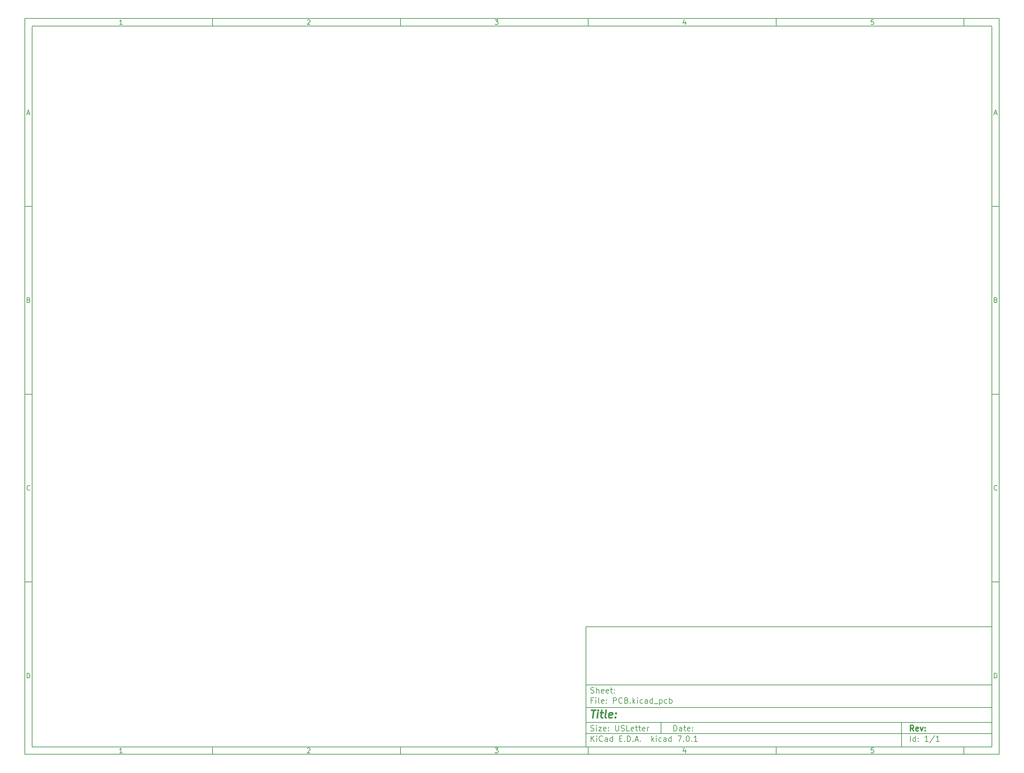
<source format=gbr>
%TF.GenerationSoftware,KiCad,Pcbnew,7.0.1*%
%TF.CreationDate,2023-11-13T23:43:34-05:00*%
%TF.ProjectId,PCB,5043422e-6b69-4636-9164-5f7063625858,rev?*%
%TF.SameCoordinates,Original*%
%TF.FileFunction,Paste,Bot*%
%TF.FilePolarity,Positive*%
%FSLAX46Y46*%
G04 Gerber Fmt 4.6, Leading zero omitted, Abs format (unit mm)*
G04 Created by KiCad (PCBNEW 7.0.1) date 2023-11-13 23:43:34*
%MOMM*%
%LPD*%
G01*
G04 APERTURE LIST*
%ADD10C,0.100000*%
%ADD11C,0.150000*%
%ADD12C,0.300000*%
%ADD13C,0.400000*%
G04 APERTURE END LIST*
D10*
D11*
X159400000Y-171900000D02*
X267400000Y-171900000D01*
X267400000Y-203900000D01*
X159400000Y-203900000D01*
X159400000Y-171900000D01*
D10*
D11*
X10000000Y-10000000D02*
X269400000Y-10000000D01*
X269400000Y-205900000D01*
X10000000Y-205900000D01*
X10000000Y-10000000D01*
D10*
D11*
X12000000Y-12000000D02*
X267400000Y-12000000D01*
X267400000Y-203900000D01*
X12000000Y-203900000D01*
X12000000Y-12000000D01*
D10*
D11*
X60000000Y-12000000D02*
X60000000Y-10000000D01*
D10*
D11*
X110000000Y-12000000D02*
X110000000Y-10000000D01*
D10*
D11*
X160000000Y-12000000D02*
X160000000Y-10000000D01*
D10*
D11*
X210000000Y-12000000D02*
X210000000Y-10000000D01*
D10*
D11*
X260000000Y-12000000D02*
X260000000Y-10000000D01*
D10*
D11*
X35990476Y-11601404D02*
X35247619Y-11601404D01*
X35619047Y-11601404D02*
X35619047Y-10301404D01*
X35619047Y-10301404D02*
X35495238Y-10487119D01*
X35495238Y-10487119D02*
X35371428Y-10610928D01*
X35371428Y-10610928D02*
X35247619Y-10672833D01*
D10*
D11*
X85247619Y-10425214D02*
X85309523Y-10363309D01*
X85309523Y-10363309D02*
X85433333Y-10301404D01*
X85433333Y-10301404D02*
X85742857Y-10301404D01*
X85742857Y-10301404D02*
X85866666Y-10363309D01*
X85866666Y-10363309D02*
X85928571Y-10425214D01*
X85928571Y-10425214D02*
X85990476Y-10549023D01*
X85990476Y-10549023D02*
X85990476Y-10672833D01*
X85990476Y-10672833D02*
X85928571Y-10858547D01*
X85928571Y-10858547D02*
X85185714Y-11601404D01*
X85185714Y-11601404D02*
X85990476Y-11601404D01*
D10*
D11*
X135185714Y-10301404D02*
X135990476Y-10301404D01*
X135990476Y-10301404D02*
X135557142Y-10796642D01*
X135557142Y-10796642D02*
X135742857Y-10796642D01*
X135742857Y-10796642D02*
X135866666Y-10858547D01*
X135866666Y-10858547D02*
X135928571Y-10920452D01*
X135928571Y-10920452D02*
X135990476Y-11044261D01*
X135990476Y-11044261D02*
X135990476Y-11353785D01*
X135990476Y-11353785D02*
X135928571Y-11477595D01*
X135928571Y-11477595D02*
X135866666Y-11539500D01*
X135866666Y-11539500D02*
X135742857Y-11601404D01*
X135742857Y-11601404D02*
X135371428Y-11601404D01*
X135371428Y-11601404D02*
X135247619Y-11539500D01*
X135247619Y-11539500D02*
X135185714Y-11477595D01*
D10*
D11*
X185866666Y-10734738D02*
X185866666Y-11601404D01*
X185557142Y-10239500D02*
X185247619Y-11168071D01*
X185247619Y-11168071D02*
X186052380Y-11168071D01*
D10*
D11*
X235928571Y-10301404D02*
X235309523Y-10301404D01*
X235309523Y-10301404D02*
X235247619Y-10920452D01*
X235247619Y-10920452D02*
X235309523Y-10858547D01*
X235309523Y-10858547D02*
X235433333Y-10796642D01*
X235433333Y-10796642D02*
X235742857Y-10796642D01*
X235742857Y-10796642D02*
X235866666Y-10858547D01*
X235866666Y-10858547D02*
X235928571Y-10920452D01*
X235928571Y-10920452D02*
X235990476Y-11044261D01*
X235990476Y-11044261D02*
X235990476Y-11353785D01*
X235990476Y-11353785D02*
X235928571Y-11477595D01*
X235928571Y-11477595D02*
X235866666Y-11539500D01*
X235866666Y-11539500D02*
X235742857Y-11601404D01*
X235742857Y-11601404D02*
X235433333Y-11601404D01*
X235433333Y-11601404D02*
X235309523Y-11539500D01*
X235309523Y-11539500D02*
X235247619Y-11477595D01*
D10*
D11*
X60000000Y-203900000D02*
X60000000Y-205900000D01*
D10*
D11*
X110000000Y-203900000D02*
X110000000Y-205900000D01*
D10*
D11*
X160000000Y-203900000D02*
X160000000Y-205900000D01*
D10*
D11*
X210000000Y-203900000D02*
X210000000Y-205900000D01*
D10*
D11*
X260000000Y-203900000D02*
X260000000Y-205900000D01*
D10*
D11*
X35990476Y-205501404D02*
X35247619Y-205501404D01*
X35619047Y-205501404D02*
X35619047Y-204201404D01*
X35619047Y-204201404D02*
X35495238Y-204387119D01*
X35495238Y-204387119D02*
X35371428Y-204510928D01*
X35371428Y-204510928D02*
X35247619Y-204572833D01*
D10*
D11*
X85247619Y-204325214D02*
X85309523Y-204263309D01*
X85309523Y-204263309D02*
X85433333Y-204201404D01*
X85433333Y-204201404D02*
X85742857Y-204201404D01*
X85742857Y-204201404D02*
X85866666Y-204263309D01*
X85866666Y-204263309D02*
X85928571Y-204325214D01*
X85928571Y-204325214D02*
X85990476Y-204449023D01*
X85990476Y-204449023D02*
X85990476Y-204572833D01*
X85990476Y-204572833D02*
X85928571Y-204758547D01*
X85928571Y-204758547D02*
X85185714Y-205501404D01*
X85185714Y-205501404D02*
X85990476Y-205501404D01*
D10*
D11*
X135185714Y-204201404D02*
X135990476Y-204201404D01*
X135990476Y-204201404D02*
X135557142Y-204696642D01*
X135557142Y-204696642D02*
X135742857Y-204696642D01*
X135742857Y-204696642D02*
X135866666Y-204758547D01*
X135866666Y-204758547D02*
X135928571Y-204820452D01*
X135928571Y-204820452D02*
X135990476Y-204944261D01*
X135990476Y-204944261D02*
X135990476Y-205253785D01*
X135990476Y-205253785D02*
X135928571Y-205377595D01*
X135928571Y-205377595D02*
X135866666Y-205439500D01*
X135866666Y-205439500D02*
X135742857Y-205501404D01*
X135742857Y-205501404D02*
X135371428Y-205501404D01*
X135371428Y-205501404D02*
X135247619Y-205439500D01*
X135247619Y-205439500D02*
X135185714Y-205377595D01*
D10*
D11*
X185866666Y-204634738D02*
X185866666Y-205501404D01*
X185557142Y-204139500D02*
X185247619Y-205068071D01*
X185247619Y-205068071D02*
X186052380Y-205068071D01*
D10*
D11*
X235928571Y-204201404D02*
X235309523Y-204201404D01*
X235309523Y-204201404D02*
X235247619Y-204820452D01*
X235247619Y-204820452D02*
X235309523Y-204758547D01*
X235309523Y-204758547D02*
X235433333Y-204696642D01*
X235433333Y-204696642D02*
X235742857Y-204696642D01*
X235742857Y-204696642D02*
X235866666Y-204758547D01*
X235866666Y-204758547D02*
X235928571Y-204820452D01*
X235928571Y-204820452D02*
X235990476Y-204944261D01*
X235990476Y-204944261D02*
X235990476Y-205253785D01*
X235990476Y-205253785D02*
X235928571Y-205377595D01*
X235928571Y-205377595D02*
X235866666Y-205439500D01*
X235866666Y-205439500D02*
X235742857Y-205501404D01*
X235742857Y-205501404D02*
X235433333Y-205501404D01*
X235433333Y-205501404D02*
X235309523Y-205439500D01*
X235309523Y-205439500D02*
X235247619Y-205377595D01*
D10*
D11*
X10000000Y-60000000D02*
X12000000Y-60000000D01*
D10*
D11*
X10000000Y-110000000D02*
X12000000Y-110000000D01*
D10*
D11*
X10000000Y-160000000D02*
X12000000Y-160000000D01*
D10*
D11*
X10690476Y-35229976D02*
X11309523Y-35229976D01*
X10566666Y-35601404D02*
X10999999Y-34301404D01*
X10999999Y-34301404D02*
X11433333Y-35601404D01*
D10*
D11*
X11092857Y-84920452D02*
X11278571Y-84982357D01*
X11278571Y-84982357D02*
X11340476Y-85044261D01*
X11340476Y-85044261D02*
X11402380Y-85168071D01*
X11402380Y-85168071D02*
X11402380Y-85353785D01*
X11402380Y-85353785D02*
X11340476Y-85477595D01*
X11340476Y-85477595D02*
X11278571Y-85539500D01*
X11278571Y-85539500D02*
X11154761Y-85601404D01*
X11154761Y-85601404D02*
X10659523Y-85601404D01*
X10659523Y-85601404D02*
X10659523Y-84301404D01*
X10659523Y-84301404D02*
X11092857Y-84301404D01*
X11092857Y-84301404D02*
X11216666Y-84363309D01*
X11216666Y-84363309D02*
X11278571Y-84425214D01*
X11278571Y-84425214D02*
X11340476Y-84549023D01*
X11340476Y-84549023D02*
X11340476Y-84672833D01*
X11340476Y-84672833D02*
X11278571Y-84796642D01*
X11278571Y-84796642D02*
X11216666Y-84858547D01*
X11216666Y-84858547D02*
X11092857Y-84920452D01*
X11092857Y-84920452D02*
X10659523Y-84920452D01*
D10*
D11*
X11402380Y-135477595D02*
X11340476Y-135539500D01*
X11340476Y-135539500D02*
X11154761Y-135601404D01*
X11154761Y-135601404D02*
X11030952Y-135601404D01*
X11030952Y-135601404D02*
X10845238Y-135539500D01*
X10845238Y-135539500D02*
X10721428Y-135415690D01*
X10721428Y-135415690D02*
X10659523Y-135291880D01*
X10659523Y-135291880D02*
X10597619Y-135044261D01*
X10597619Y-135044261D02*
X10597619Y-134858547D01*
X10597619Y-134858547D02*
X10659523Y-134610928D01*
X10659523Y-134610928D02*
X10721428Y-134487119D01*
X10721428Y-134487119D02*
X10845238Y-134363309D01*
X10845238Y-134363309D02*
X11030952Y-134301404D01*
X11030952Y-134301404D02*
X11154761Y-134301404D01*
X11154761Y-134301404D02*
X11340476Y-134363309D01*
X11340476Y-134363309D02*
X11402380Y-134425214D01*
D10*
D11*
X10659523Y-185601404D02*
X10659523Y-184301404D01*
X10659523Y-184301404D02*
X10969047Y-184301404D01*
X10969047Y-184301404D02*
X11154761Y-184363309D01*
X11154761Y-184363309D02*
X11278571Y-184487119D01*
X11278571Y-184487119D02*
X11340476Y-184610928D01*
X11340476Y-184610928D02*
X11402380Y-184858547D01*
X11402380Y-184858547D02*
X11402380Y-185044261D01*
X11402380Y-185044261D02*
X11340476Y-185291880D01*
X11340476Y-185291880D02*
X11278571Y-185415690D01*
X11278571Y-185415690D02*
X11154761Y-185539500D01*
X11154761Y-185539500D02*
X10969047Y-185601404D01*
X10969047Y-185601404D02*
X10659523Y-185601404D01*
D10*
D11*
X269400000Y-60000000D02*
X267400000Y-60000000D01*
D10*
D11*
X269400000Y-110000000D02*
X267400000Y-110000000D01*
D10*
D11*
X269400000Y-160000000D02*
X267400000Y-160000000D01*
D10*
D11*
X268090476Y-35229976D02*
X268709523Y-35229976D01*
X267966666Y-35601404D02*
X268399999Y-34301404D01*
X268399999Y-34301404D02*
X268833333Y-35601404D01*
D10*
D11*
X268492857Y-84920452D02*
X268678571Y-84982357D01*
X268678571Y-84982357D02*
X268740476Y-85044261D01*
X268740476Y-85044261D02*
X268802380Y-85168071D01*
X268802380Y-85168071D02*
X268802380Y-85353785D01*
X268802380Y-85353785D02*
X268740476Y-85477595D01*
X268740476Y-85477595D02*
X268678571Y-85539500D01*
X268678571Y-85539500D02*
X268554761Y-85601404D01*
X268554761Y-85601404D02*
X268059523Y-85601404D01*
X268059523Y-85601404D02*
X268059523Y-84301404D01*
X268059523Y-84301404D02*
X268492857Y-84301404D01*
X268492857Y-84301404D02*
X268616666Y-84363309D01*
X268616666Y-84363309D02*
X268678571Y-84425214D01*
X268678571Y-84425214D02*
X268740476Y-84549023D01*
X268740476Y-84549023D02*
X268740476Y-84672833D01*
X268740476Y-84672833D02*
X268678571Y-84796642D01*
X268678571Y-84796642D02*
X268616666Y-84858547D01*
X268616666Y-84858547D02*
X268492857Y-84920452D01*
X268492857Y-84920452D02*
X268059523Y-84920452D01*
D10*
D11*
X268802380Y-135477595D02*
X268740476Y-135539500D01*
X268740476Y-135539500D02*
X268554761Y-135601404D01*
X268554761Y-135601404D02*
X268430952Y-135601404D01*
X268430952Y-135601404D02*
X268245238Y-135539500D01*
X268245238Y-135539500D02*
X268121428Y-135415690D01*
X268121428Y-135415690D02*
X268059523Y-135291880D01*
X268059523Y-135291880D02*
X267997619Y-135044261D01*
X267997619Y-135044261D02*
X267997619Y-134858547D01*
X267997619Y-134858547D02*
X268059523Y-134610928D01*
X268059523Y-134610928D02*
X268121428Y-134487119D01*
X268121428Y-134487119D02*
X268245238Y-134363309D01*
X268245238Y-134363309D02*
X268430952Y-134301404D01*
X268430952Y-134301404D02*
X268554761Y-134301404D01*
X268554761Y-134301404D02*
X268740476Y-134363309D01*
X268740476Y-134363309D02*
X268802380Y-134425214D01*
D10*
D11*
X268059523Y-185601404D02*
X268059523Y-184301404D01*
X268059523Y-184301404D02*
X268369047Y-184301404D01*
X268369047Y-184301404D02*
X268554761Y-184363309D01*
X268554761Y-184363309D02*
X268678571Y-184487119D01*
X268678571Y-184487119D02*
X268740476Y-184610928D01*
X268740476Y-184610928D02*
X268802380Y-184858547D01*
X268802380Y-184858547D02*
X268802380Y-185044261D01*
X268802380Y-185044261D02*
X268740476Y-185291880D01*
X268740476Y-185291880D02*
X268678571Y-185415690D01*
X268678571Y-185415690D02*
X268554761Y-185539500D01*
X268554761Y-185539500D02*
X268369047Y-185601404D01*
X268369047Y-185601404D02*
X268059523Y-185601404D01*
D10*
D11*
X182757142Y-199693928D02*
X182757142Y-198193928D01*
X182757142Y-198193928D02*
X183114285Y-198193928D01*
X183114285Y-198193928D02*
X183328571Y-198265357D01*
X183328571Y-198265357D02*
X183471428Y-198408214D01*
X183471428Y-198408214D02*
X183542857Y-198551071D01*
X183542857Y-198551071D02*
X183614285Y-198836785D01*
X183614285Y-198836785D02*
X183614285Y-199051071D01*
X183614285Y-199051071D02*
X183542857Y-199336785D01*
X183542857Y-199336785D02*
X183471428Y-199479642D01*
X183471428Y-199479642D02*
X183328571Y-199622500D01*
X183328571Y-199622500D02*
X183114285Y-199693928D01*
X183114285Y-199693928D02*
X182757142Y-199693928D01*
X184900000Y-199693928D02*
X184900000Y-198908214D01*
X184900000Y-198908214D02*
X184828571Y-198765357D01*
X184828571Y-198765357D02*
X184685714Y-198693928D01*
X184685714Y-198693928D02*
X184400000Y-198693928D01*
X184400000Y-198693928D02*
X184257142Y-198765357D01*
X184900000Y-199622500D02*
X184757142Y-199693928D01*
X184757142Y-199693928D02*
X184400000Y-199693928D01*
X184400000Y-199693928D02*
X184257142Y-199622500D01*
X184257142Y-199622500D02*
X184185714Y-199479642D01*
X184185714Y-199479642D02*
X184185714Y-199336785D01*
X184185714Y-199336785D02*
X184257142Y-199193928D01*
X184257142Y-199193928D02*
X184400000Y-199122500D01*
X184400000Y-199122500D02*
X184757142Y-199122500D01*
X184757142Y-199122500D02*
X184900000Y-199051071D01*
X185400000Y-198693928D02*
X185971428Y-198693928D01*
X185614285Y-198193928D02*
X185614285Y-199479642D01*
X185614285Y-199479642D02*
X185685714Y-199622500D01*
X185685714Y-199622500D02*
X185828571Y-199693928D01*
X185828571Y-199693928D02*
X185971428Y-199693928D01*
X187042857Y-199622500D02*
X186900000Y-199693928D01*
X186900000Y-199693928D02*
X186614286Y-199693928D01*
X186614286Y-199693928D02*
X186471428Y-199622500D01*
X186471428Y-199622500D02*
X186400000Y-199479642D01*
X186400000Y-199479642D02*
X186400000Y-198908214D01*
X186400000Y-198908214D02*
X186471428Y-198765357D01*
X186471428Y-198765357D02*
X186614286Y-198693928D01*
X186614286Y-198693928D02*
X186900000Y-198693928D01*
X186900000Y-198693928D02*
X187042857Y-198765357D01*
X187042857Y-198765357D02*
X187114286Y-198908214D01*
X187114286Y-198908214D02*
X187114286Y-199051071D01*
X187114286Y-199051071D02*
X186400000Y-199193928D01*
X187757142Y-199551071D02*
X187828571Y-199622500D01*
X187828571Y-199622500D02*
X187757142Y-199693928D01*
X187757142Y-199693928D02*
X187685714Y-199622500D01*
X187685714Y-199622500D02*
X187757142Y-199551071D01*
X187757142Y-199551071D02*
X187757142Y-199693928D01*
X187757142Y-198765357D02*
X187828571Y-198836785D01*
X187828571Y-198836785D02*
X187757142Y-198908214D01*
X187757142Y-198908214D02*
X187685714Y-198836785D01*
X187685714Y-198836785D02*
X187757142Y-198765357D01*
X187757142Y-198765357D02*
X187757142Y-198908214D01*
D10*
D11*
X159400000Y-200400000D02*
X267400000Y-200400000D01*
D10*
D11*
X160757142Y-202493928D02*
X160757142Y-200993928D01*
X161614285Y-202493928D02*
X160971428Y-201636785D01*
X161614285Y-200993928D02*
X160757142Y-201851071D01*
X162257142Y-202493928D02*
X162257142Y-201493928D01*
X162257142Y-200993928D02*
X162185714Y-201065357D01*
X162185714Y-201065357D02*
X162257142Y-201136785D01*
X162257142Y-201136785D02*
X162328571Y-201065357D01*
X162328571Y-201065357D02*
X162257142Y-200993928D01*
X162257142Y-200993928D02*
X162257142Y-201136785D01*
X163828571Y-202351071D02*
X163757143Y-202422500D01*
X163757143Y-202422500D02*
X163542857Y-202493928D01*
X163542857Y-202493928D02*
X163400000Y-202493928D01*
X163400000Y-202493928D02*
X163185714Y-202422500D01*
X163185714Y-202422500D02*
X163042857Y-202279642D01*
X163042857Y-202279642D02*
X162971428Y-202136785D01*
X162971428Y-202136785D02*
X162900000Y-201851071D01*
X162900000Y-201851071D02*
X162900000Y-201636785D01*
X162900000Y-201636785D02*
X162971428Y-201351071D01*
X162971428Y-201351071D02*
X163042857Y-201208214D01*
X163042857Y-201208214D02*
X163185714Y-201065357D01*
X163185714Y-201065357D02*
X163400000Y-200993928D01*
X163400000Y-200993928D02*
X163542857Y-200993928D01*
X163542857Y-200993928D02*
X163757143Y-201065357D01*
X163757143Y-201065357D02*
X163828571Y-201136785D01*
X165114286Y-202493928D02*
X165114286Y-201708214D01*
X165114286Y-201708214D02*
X165042857Y-201565357D01*
X165042857Y-201565357D02*
X164900000Y-201493928D01*
X164900000Y-201493928D02*
X164614286Y-201493928D01*
X164614286Y-201493928D02*
X164471428Y-201565357D01*
X165114286Y-202422500D02*
X164971428Y-202493928D01*
X164971428Y-202493928D02*
X164614286Y-202493928D01*
X164614286Y-202493928D02*
X164471428Y-202422500D01*
X164471428Y-202422500D02*
X164400000Y-202279642D01*
X164400000Y-202279642D02*
X164400000Y-202136785D01*
X164400000Y-202136785D02*
X164471428Y-201993928D01*
X164471428Y-201993928D02*
X164614286Y-201922500D01*
X164614286Y-201922500D02*
X164971428Y-201922500D01*
X164971428Y-201922500D02*
X165114286Y-201851071D01*
X166471429Y-202493928D02*
X166471429Y-200993928D01*
X166471429Y-202422500D02*
X166328571Y-202493928D01*
X166328571Y-202493928D02*
X166042857Y-202493928D01*
X166042857Y-202493928D02*
X165900000Y-202422500D01*
X165900000Y-202422500D02*
X165828571Y-202351071D01*
X165828571Y-202351071D02*
X165757143Y-202208214D01*
X165757143Y-202208214D02*
X165757143Y-201779642D01*
X165757143Y-201779642D02*
X165828571Y-201636785D01*
X165828571Y-201636785D02*
X165900000Y-201565357D01*
X165900000Y-201565357D02*
X166042857Y-201493928D01*
X166042857Y-201493928D02*
X166328571Y-201493928D01*
X166328571Y-201493928D02*
X166471429Y-201565357D01*
X168328571Y-201708214D02*
X168828571Y-201708214D01*
X169042857Y-202493928D02*
X168328571Y-202493928D01*
X168328571Y-202493928D02*
X168328571Y-200993928D01*
X168328571Y-200993928D02*
X169042857Y-200993928D01*
X169685714Y-202351071D02*
X169757143Y-202422500D01*
X169757143Y-202422500D02*
X169685714Y-202493928D01*
X169685714Y-202493928D02*
X169614286Y-202422500D01*
X169614286Y-202422500D02*
X169685714Y-202351071D01*
X169685714Y-202351071D02*
X169685714Y-202493928D01*
X170400000Y-202493928D02*
X170400000Y-200993928D01*
X170400000Y-200993928D02*
X170757143Y-200993928D01*
X170757143Y-200993928D02*
X170971429Y-201065357D01*
X170971429Y-201065357D02*
X171114286Y-201208214D01*
X171114286Y-201208214D02*
X171185715Y-201351071D01*
X171185715Y-201351071D02*
X171257143Y-201636785D01*
X171257143Y-201636785D02*
X171257143Y-201851071D01*
X171257143Y-201851071D02*
X171185715Y-202136785D01*
X171185715Y-202136785D02*
X171114286Y-202279642D01*
X171114286Y-202279642D02*
X170971429Y-202422500D01*
X170971429Y-202422500D02*
X170757143Y-202493928D01*
X170757143Y-202493928D02*
X170400000Y-202493928D01*
X171900000Y-202351071D02*
X171971429Y-202422500D01*
X171971429Y-202422500D02*
X171900000Y-202493928D01*
X171900000Y-202493928D02*
X171828572Y-202422500D01*
X171828572Y-202422500D02*
X171900000Y-202351071D01*
X171900000Y-202351071D02*
X171900000Y-202493928D01*
X172542858Y-202065357D02*
X173257144Y-202065357D01*
X172400001Y-202493928D02*
X172900001Y-200993928D01*
X172900001Y-200993928D02*
X173400001Y-202493928D01*
X173900000Y-202351071D02*
X173971429Y-202422500D01*
X173971429Y-202422500D02*
X173900000Y-202493928D01*
X173900000Y-202493928D02*
X173828572Y-202422500D01*
X173828572Y-202422500D02*
X173900000Y-202351071D01*
X173900000Y-202351071D02*
X173900000Y-202493928D01*
X176900000Y-202493928D02*
X176900000Y-200993928D01*
X177042858Y-201922500D02*
X177471429Y-202493928D01*
X177471429Y-201493928D02*
X176900000Y-202065357D01*
X178114286Y-202493928D02*
X178114286Y-201493928D01*
X178114286Y-200993928D02*
X178042858Y-201065357D01*
X178042858Y-201065357D02*
X178114286Y-201136785D01*
X178114286Y-201136785D02*
X178185715Y-201065357D01*
X178185715Y-201065357D02*
X178114286Y-200993928D01*
X178114286Y-200993928D02*
X178114286Y-201136785D01*
X179471430Y-202422500D02*
X179328572Y-202493928D01*
X179328572Y-202493928D02*
X179042858Y-202493928D01*
X179042858Y-202493928D02*
X178900001Y-202422500D01*
X178900001Y-202422500D02*
X178828572Y-202351071D01*
X178828572Y-202351071D02*
X178757144Y-202208214D01*
X178757144Y-202208214D02*
X178757144Y-201779642D01*
X178757144Y-201779642D02*
X178828572Y-201636785D01*
X178828572Y-201636785D02*
X178900001Y-201565357D01*
X178900001Y-201565357D02*
X179042858Y-201493928D01*
X179042858Y-201493928D02*
X179328572Y-201493928D01*
X179328572Y-201493928D02*
X179471430Y-201565357D01*
X180757144Y-202493928D02*
X180757144Y-201708214D01*
X180757144Y-201708214D02*
X180685715Y-201565357D01*
X180685715Y-201565357D02*
X180542858Y-201493928D01*
X180542858Y-201493928D02*
X180257144Y-201493928D01*
X180257144Y-201493928D02*
X180114286Y-201565357D01*
X180757144Y-202422500D02*
X180614286Y-202493928D01*
X180614286Y-202493928D02*
X180257144Y-202493928D01*
X180257144Y-202493928D02*
X180114286Y-202422500D01*
X180114286Y-202422500D02*
X180042858Y-202279642D01*
X180042858Y-202279642D02*
X180042858Y-202136785D01*
X180042858Y-202136785D02*
X180114286Y-201993928D01*
X180114286Y-201993928D02*
X180257144Y-201922500D01*
X180257144Y-201922500D02*
X180614286Y-201922500D01*
X180614286Y-201922500D02*
X180757144Y-201851071D01*
X182114287Y-202493928D02*
X182114287Y-200993928D01*
X182114287Y-202422500D02*
X181971429Y-202493928D01*
X181971429Y-202493928D02*
X181685715Y-202493928D01*
X181685715Y-202493928D02*
X181542858Y-202422500D01*
X181542858Y-202422500D02*
X181471429Y-202351071D01*
X181471429Y-202351071D02*
X181400001Y-202208214D01*
X181400001Y-202208214D02*
X181400001Y-201779642D01*
X181400001Y-201779642D02*
X181471429Y-201636785D01*
X181471429Y-201636785D02*
X181542858Y-201565357D01*
X181542858Y-201565357D02*
X181685715Y-201493928D01*
X181685715Y-201493928D02*
X181971429Y-201493928D01*
X181971429Y-201493928D02*
X182114287Y-201565357D01*
X183828572Y-200993928D02*
X184828572Y-200993928D01*
X184828572Y-200993928D02*
X184185715Y-202493928D01*
X185400000Y-202351071D02*
X185471429Y-202422500D01*
X185471429Y-202422500D02*
X185400000Y-202493928D01*
X185400000Y-202493928D02*
X185328572Y-202422500D01*
X185328572Y-202422500D02*
X185400000Y-202351071D01*
X185400000Y-202351071D02*
X185400000Y-202493928D01*
X186400001Y-200993928D02*
X186542858Y-200993928D01*
X186542858Y-200993928D02*
X186685715Y-201065357D01*
X186685715Y-201065357D02*
X186757144Y-201136785D01*
X186757144Y-201136785D02*
X186828572Y-201279642D01*
X186828572Y-201279642D02*
X186900001Y-201565357D01*
X186900001Y-201565357D02*
X186900001Y-201922500D01*
X186900001Y-201922500D02*
X186828572Y-202208214D01*
X186828572Y-202208214D02*
X186757144Y-202351071D01*
X186757144Y-202351071D02*
X186685715Y-202422500D01*
X186685715Y-202422500D02*
X186542858Y-202493928D01*
X186542858Y-202493928D02*
X186400001Y-202493928D01*
X186400001Y-202493928D02*
X186257144Y-202422500D01*
X186257144Y-202422500D02*
X186185715Y-202351071D01*
X186185715Y-202351071D02*
X186114286Y-202208214D01*
X186114286Y-202208214D02*
X186042858Y-201922500D01*
X186042858Y-201922500D02*
X186042858Y-201565357D01*
X186042858Y-201565357D02*
X186114286Y-201279642D01*
X186114286Y-201279642D02*
X186185715Y-201136785D01*
X186185715Y-201136785D02*
X186257144Y-201065357D01*
X186257144Y-201065357D02*
X186400001Y-200993928D01*
X187542857Y-202351071D02*
X187614286Y-202422500D01*
X187614286Y-202422500D02*
X187542857Y-202493928D01*
X187542857Y-202493928D02*
X187471429Y-202422500D01*
X187471429Y-202422500D02*
X187542857Y-202351071D01*
X187542857Y-202351071D02*
X187542857Y-202493928D01*
X189042858Y-202493928D02*
X188185715Y-202493928D01*
X188614286Y-202493928D02*
X188614286Y-200993928D01*
X188614286Y-200993928D02*
X188471429Y-201208214D01*
X188471429Y-201208214D02*
X188328572Y-201351071D01*
X188328572Y-201351071D02*
X188185715Y-201422500D01*
D10*
D11*
X159400000Y-197400000D02*
X267400000Y-197400000D01*
D10*
D12*
X246614285Y-199693928D02*
X246114285Y-198979642D01*
X245757142Y-199693928D02*
X245757142Y-198193928D01*
X245757142Y-198193928D02*
X246328571Y-198193928D01*
X246328571Y-198193928D02*
X246471428Y-198265357D01*
X246471428Y-198265357D02*
X246542857Y-198336785D01*
X246542857Y-198336785D02*
X246614285Y-198479642D01*
X246614285Y-198479642D02*
X246614285Y-198693928D01*
X246614285Y-198693928D02*
X246542857Y-198836785D01*
X246542857Y-198836785D02*
X246471428Y-198908214D01*
X246471428Y-198908214D02*
X246328571Y-198979642D01*
X246328571Y-198979642D02*
X245757142Y-198979642D01*
X247828571Y-199622500D02*
X247685714Y-199693928D01*
X247685714Y-199693928D02*
X247400000Y-199693928D01*
X247400000Y-199693928D02*
X247257142Y-199622500D01*
X247257142Y-199622500D02*
X247185714Y-199479642D01*
X247185714Y-199479642D02*
X247185714Y-198908214D01*
X247185714Y-198908214D02*
X247257142Y-198765357D01*
X247257142Y-198765357D02*
X247400000Y-198693928D01*
X247400000Y-198693928D02*
X247685714Y-198693928D01*
X247685714Y-198693928D02*
X247828571Y-198765357D01*
X247828571Y-198765357D02*
X247900000Y-198908214D01*
X247900000Y-198908214D02*
X247900000Y-199051071D01*
X247900000Y-199051071D02*
X247185714Y-199193928D01*
X248399999Y-198693928D02*
X248757142Y-199693928D01*
X248757142Y-199693928D02*
X249114285Y-198693928D01*
X249685713Y-199551071D02*
X249757142Y-199622500D01*
X249757142Y-199622500D02*
X249685713Y-199693928D01*
X249685713Y-199693928D02*
X249614285Y-199622500D01*
X249614285Y-199622500D02*
X249685713Y-199551071D01*
X249685713Y-199551071D02*
X249685713Y-199693928D01*
X249685713Y-198765357D02*
X249757142Y-198836785D01*
X249757142Y-198836785D02*
X249685713Y-198908214D01*
X249685713Y-198908214D02*
X249614285Y-198836785D01*
X249614285Y-198836785D02*
X249685713Y-198765357D01*
X249685713Y-198765357D02*
X249685713Y-198908214D01*
D10*
D11*
X160685714Y-199622500D02*
X160900000Y-199693928D01*
X160900000Y-199693928D02*
X161257142Y-199693928D01*
X161257142Y-199693928D02*
X161400000Y-199622500D01*
X161400000Y-199622500D02*
X161471428Y-199551071D01*
X161471428Y-199551071D02*
X161542857Y-199408214D01*
X161542857Y-199408214D02*
X161542857Y-199265357D01*
X161542857Y-199265357D02*
X161471428Y-199122500D01*
X161471428Y-199122500D02*
X161400000Y-199051071D01*
X161400000Y-199051071D02*
X161257142Y-198979642D01*
X161257142Y-198979642D02*
X160971428Y-198908214D01*
X160971428Y-198908214D02*
X160828571Y-198836785D01*
X160828571Y-198836785D02*
X160757142Y-198765357D01*
X160757142Y-198765357D02*
X160685714Y-198622500D01*
X160685714Y-198622500D02*
X160685714Y-198479642D01*
X160685714Y-198479642D02*
X160757142Y-198336785D01*
X160757142Y-198336785D02*
X160828571Y-198265357D01*
X160828571Y-198265357D02*
X160971428Y-198193928D01*
X160971428Y-198193928D02*
X161328571Y-198193928D01*
X161328571Y-198193928D02*
X161542857Y-198265357D01*
X162185713Y-199693928D02*
X162185713Y-198693928D01*
X162185713Y-198193928D02*
X162114285Y-198265357D01*
X162114285Y-198265357D02*
X162185713Y-198336785D01*
X162185713Y-198336785D02*
X162257142Y-198265357D01*
X162257142Y-198265357D02*
X162185713Y-198193928D01*
X162185713Y-198193928D02*
X162185713Y-198336785D01*
X162757142Y-198693928D02*
X163542857Y-198693928D01*
X163542857Y-198693928D02*
X162757142Y-199693928D01*
X162757142Y-199693928D02*
X163542857Y-199693928D01*
X164685714Y-199622500D02*
X164542857Y-199693928D01*
X164542857Y-199693928D02*
X164257143Y-199693928D01*
X164257143Y-199693928D02*
X164114285Y-199622500D01*
X164114285Y-199622500D02*
X164042857Y-199479642D01*
X164042857Y-199479642D02*
X164042857Y-198908214D01*
X164042857Y-198908214D02*
X164114285Y-198765357D01*
X164114285Y-198765357D02*
X164257143Y-198693928D01*
X164257143Y-198693928D02*
X164542857Y-198693928D01*
X164542857Y-198693928D02*
X164685714Y-198765357D01*
X164685714Y-198765357D02*
X164757143Y-198908214D01*
X164757143Y-198908214D02*
X164757143Y-199051071D01*
X164757143Y-199051071D02*
X164042857Y-199193928D01*
X165399999Y-199551071D02*
X165471428Y-199622500D01*
X165471428Y-199622500D02*
X165399999Y-199693928D01*
X165399999Y-199693928D02*
X165328571Y-199622500D01*
X165328571Y-199622500D02*
X165399999Y-199551071D01*
X165399999Y-199551071D02*
X165399999Y-199693928D01*
X165399999Y-198765357D02*
X165471428Y-198836785D01*
X165471428Y-198836785D02*
X165399999Y-198908214D01*
X165399999Y-198908214D02*
X165328571Y-198836785D01*
X165328571Y-198836785D02*
X165399999Y-198765357D01*
X165399999Y-198765357D02*
X165399999Y-198908214D01*
X167257142Y-198193928D02*
X167257142Y-199408214D01*
X167257142Y-199408214D02*
X167328571Y-199551071D01*
X167328571Y-199551071D02*
X167400000Y-199622500D01*
X167400000Y-199622500D02*
X167542857Y-199693928D01*
X167542857Y-199693928D02*
X167828571Y-199693928D01*
X167828571Y-199693928D02*
X167971428Y-199622500D01*
X167971428Y-199622500D02*
X168042857Y-199551071D01*
X168042857Y-199551071D02*
X168114285Y-199408214D01*
X168114285Y-199408214D02*
X168114285Y-198193928D01*
X168757143Y-199622500D02*
X168971429Y-199693928D01*
X168971429Y-199693928D02*
X169328571Y-199693928D01*
X169328571Y-199693928D02*
X169471429Y-199622500D01*
X169471429Y-199622500D02*
X169542857Y-199551071D01*
X169542857Y-199551071D02*
X169614286Y-199408214D01*
X169614286Y-199408214D02*
X169614286Y-199265357D01*
X169614286Y-199265357D02*
X169542857Y-199122500D01*
X169542857Y-199122500D02*
X169471429Y-199051071D01*
X169471429Y-199051071D02*
X169328571Y-198979642D01*
X169328571Y-198979642D02*
X169042857Y-198908214D01*
X169042857Y-198908214D02*
X168900000Y-198836785D01*
X168900000Y-198836785D02*
X168828571Y-198765357D01*
X168828571Y-198765357D02*
X168757143Y-198622500D01*
X168757143Y-198622500D02*
X168757143Y-198479642D01*
X168757143Y-198479642D02*
X168828571Y-198336785D01*
X168828571Y-198336785D02*
X168900000Y-198265357D01*
X168900000Y-198265357D02*
X169042857Y-198193928D01*
X169042857Y-198193928D02*
X169400000Y-198193928D01*
X169400000Y-198193928D02*
X169614286Y-198265357D01*
X170971428Y-199693928D02*
X170257142Y-199693928D01*
X170257142Y-199693928D02*
X170257142Y-198193928D01*
X172042857Y-199622500D02*
X171900000Y-199693928D01*
X171900000Y-199693928D02*
X171614286Y-199693928D01*
X171614286Y-199693928D02*
X171471428Y-199622500D01*
X171471428Y-199622500D02*
X171400000Y-199479642D01*
X171400000Y-199479642D02*
X171400000Y-198908214D01*
X171400000Y-198908214D02*
X171471428Y-198765357D01*
X171471428Y-198765357D02*
X171614286Y-198693928D01*
X171614286Y-198693928D02*
X171900000Y-198693928D01*
X171900000Y-198693928D02*
X172042857Y-198765357D01*
X172042857Y-198765357D02*
X172114286Y-198908214D01*
X172114286Y-198908214D02*
X172114286Y-199051071D01*
X172114286Y-199051071D02*
X171400000Y-199193928D01*
X172542857Y-198693928D02*
X173114285Y-198693928D01*
X172757142Y-198193928D02*
X172757142Y-199479642D01*
X172757142Y-199479642D02*
X172828571Y-199622500D01*
X172828571Y-199622500D02*
X172971428Y-199693928D01*
X172971428Y-199693928D02*
X173114285Y-199693928D01*
X173400000Y-198693928D02*
X173971428Y-198693928D01*
X173614285Y-198193928D02*
X173614285Y-199479642D01*
X173614285Y-199479642D02*
X173685714Y-199622500D01*
X173685714Y-199622500D02*
X173828571Y-199693928D01*
X173828571Y-199693928D02*
X173971428Y-199693928D01*
X175042857Y-199622500D02*
X174900000Y-199693928D01*
X174900000Y-199693928D02*
X174614286Y-199693928D01*
X174614286Y-199693928D02*
X174471428Y-199622500D01*
X174471428Y-199622500D02*
X174400000Y-199479642D01*
X174400000Y-199479642D02*
X174400000Y-198908214D01*
X174400000Y-198908214D02*
X174471428Y-198765357D01*
X174471428Y-198765357D02*
X174614286Y-198693928D01*
X174614286Y-198693928D02*
X174900000Y-198693928D01*
X174900000Y-198693928D02*
X175042857Y-198765357D01*
X175042857Y-198765357D02*
X175114286Y-198908214D01*
X175114286Y-198908214D02*
X175114286Y-199051071D01*
X175114286Y-199051071D02*
X174400000Y-199193928D01*
X175757142Y-199693928D02*
X175757142Y-198693928D01*
X175757142Y-198979642D02*
X175828571Y-198836785D01*
X175828571Y-198836785D02*
X175900000Y-198765357D01*
X175900000Y-198765357D02*
X176042857Y-198693928D01*
X176042857Y-198693928D02*
X176185714Y-198693928D01*
D10*
D11*
X245757142Y-202493928D02*
X245757142Y-200993928D01*
X247114286Y-202493928D02*
X247114286Y-200993928D01*
X247114286Y-202422500D02*
X246971428Y-202493928D01*
X246971428Y-202493928D02*
X246685714Y-202493928D01*
X246685714Y-202493928D02*
X246542857Y-202422500D01*
X246542857Y-202422500D02*
X246471428Y-202351071D01*
X246471428Y-202351071D02*
X246400000Y-202208214D01*
X246400000Y-202208214D02*
X246400000Y-201779642D01*
X246400000Y-201779642D02*
X246471428Y-201636785D01*
X246471428Y-201636785D02*
X246542857Y-201565357D01*
X246542857Y-201565357D02*
X246685714Y-201493928D01*
X246685714Y-201493928D02*
X246971428Y-201493928D01*
X246971428Y-201493928D02*
X247114286Y-201565357D01*
X247828571Y-202351071D02*
X247900000Y-202422500D01*
X247900000Y-202422500D02*
X247828571Y-202493928D01*
X247828571Y-202493928D02*
X247757143Y-202422500D01*
X247757143Y-202422500D02*
X247828571Y-202351071D01*
X247828571Y-202351071D02*
X247828571Y-202493928D01*
X247828571Y-201565357D02*
X247900000Y-201636785D01*
X247900000Y-201636785D02*
X247828571Y-201708214D01*
X247828571Y-201708214D02*
X247757143Y-201636785D01*
X247757143Y-201636785D02*
X247828571Y-201565357D01*
X247828571Y-201565357D02*
X247828571Y-201708214D01*
X250471429Y-202493928D02*
X249614286Y-202493928D01*
X250042857Y-202493928D02*
X250042857Y-200993928D01*
X250042857Y-200993928D02*
X249900000Y-201208214D01*
X249900000Y-201208214D02*
X249757143Y-201351071D01*
X249757143Y-201351071D02*
X249614286Y-201422500D01*
X252185714Y-200922500D02*
X250900000Y-202851071D01*
X253471429Y-202493928D02*
X252614286Y-202493928D01*
X253042857Y-202493928D02*
X253042857Y-200993928D01*
X253042857Y-200993928D02*
X252900000Y-201208214D01*
X252900000Y-201208214D02*
X252757143Y-201351071D01*
X252757143Y-201351071D02*
X252614286Y-201422500D01*
D10*
D11*
X159400000Y-193400000D02*
X267400000Y-193400000D01*
D10*
D13*
X160828571Y-194125238D02*
X161971428Y-194125238D01*
X161150000Y-196125238D02*
X161400000Y-194125238D01*
X162376190Y-196125238D02*
X162542857Y-194791904D01*
X162626190Y-194125238D02*
X162519047Y-194220476D01*
X162519047Y-194220476D02*
X162602381Y-194315714D01*
X162602381Y-194315714D02*
X162709524Y-194220476D01*
X162709524Y-194220476D02*
X162626190Y-194125238D01*
X162626190Y-194125238D02*
X162602381Y-194315714D01*
X163197619Y-194791904D02*
X163959523Y-194791904D01*
X163566666Y-194125238D02*
X163352381Y-195839523D01*
X163352381Y-195839523D02*
X163423809Y-196030000D01*
X163423809Y-196030000D02*
X163602381Y-196125238D01*
X163602381Y-196125238D02*
X163792857Y-196125238D01*
X164733333Y-196125238D02*
X164554761Y-196030000D01*
X164554761Y-196030000D02*
X164483333Y-195839523D01*
X164483333Y-195839523D02*
X164697618Y-194125238D01*
X166257142Y-196030000D02*
X166054761Y-196125238D01*
X166054761Y-196125238D02*
X165673808Y-196125238D01*
X165673808Y-196125238D02*
X165495237Y-196030000D01*
X165495237Y-196030000D02*
X165423808Y-195839523D01*
X165423808Y-195839523D02*
X165519047Y-195077619D01*
X165519047Y-195077619D02*
X165638094Y-194887142D01*
X165638094Y-194887142D02*
X165840475Y-194791904D01*
X165840475Y-194791904D02*
X166221427Y-194791904D01*
X166221427Y-194791904D02*
X166399999Y-194887142D01*
X166399999Y-194887142D02*
X166471427Y-195077619D01*
X166471427Y-195077619D02*
X166447618Y-195268095D01*
X166447618Y-195268095D02*
X165471427Y-195458571D01*
X167209523Y-195934761D02*
X167292856Y-196030000D01*
X167292856Y-196030000D02*
X167185713Y-196125238D01*
X167185713Y-196125238D02*
X167102380Y-196030000D01*
X167102380Y-196030000D02*
X167209523Y-195934761D01*
X167209523Y-195934761D02*
X167185713Y-196125238D01*
X167340475Y-194887142D02*
X167423808Y-194982380D01*
X167423808Y-194982380D02*
X167316666Y-195077619D01*
X167316666Y-195077619D02*
X167233332Y-194982380D01*
X167233332Y-194982380D02*
X167340475Y-194887142D01*
X167340475Y-194887142D02*
X167316666Y-195077619D01*
D10*
D11*
X161257142Y-191508214D02*
X160757142Y-191508214D01*
X160757142Y-192293928D02*
X160757142Y-190793928D01*
X160757142Y-190793928D02*
X161471428Y-190793928D01*
X162042856Y-192293928D02*
X162042856Y-191293928D01*
X162042856Y-190793928D02*
X161971428Y-190865357D01*
X161971428Y-190865357D02*
X162042856Y-190936785D01*
X162042856Y-190936785D02*
X162114285Y-190865357D01*
X162114285Y-190865357D02*
X162042856Y-190793928D01*
X162042856Y-190793928D02*
X162042856Y-190936785D01*
X162971428Y-192293928D02*
X162828571Y-192222500D01*
X162828571Y-192222500D02*
X162757142Y-192079642D01*
X162757142Y-192079642D02*
X162757142Y-190793928D01*
X164114285Y-192222500D02*
X163971428Y-192293928D01*
X163971428Y-192293928D02*
X163685714Y-192293928D01*
X163685714Y-192293928D02*
X163542856Y-192222500D01*
X163542856Y-192222500D02*
X163471428Y-192079642D01*
X163471428Y-192079642D02*
X163471428Y-191508214D01*
X163471428Y-191508214D02*
X163542856Y-191365357D01*
X163542856Y-191365357D02*
X163685714Y-191293928D01*
X163685714Y-191293928D02*
X163971428Y-191293928D01*
X163971428Y-191293928D02*
X164114285Y-191365357D01*
X164114285Y-191365357D02*
X164185714Y-191508214D01*
X164185714Y-191508214D02*
X164185714Y-191651071D01*
X164185714Y-191651071D02*
X163471428Y-191793928D01*
X164828570Y-192151071D02*
X164899999Y-192222500D01*
X164899999Y-192222500D02*
X164828570Y-192293928D01*
X164828570Y-192293928D02*
X164757142Y-192222500D01*
X164757142Y-192222500D02*
X164828570Y-192151071D01*
X164828570Y-192151071D02*
X164828570Y-192293928D01*
X164828570Y-191365357D02*
X164899999Y-191436785D01*
X164899999Y-191436785D02*
X164828570Y-191508214D01*
X164828570Y-191508214D02*
X164757142Y-191436785D01*
X164757142Y-191436785D02*
X164828570Y-191365357D01*
X164828570Y-191365357D02*
X164828570Y-191508214D01*
X166685713Y-192293928D02*
X166685713Y-190793928D01*
X166685713Y-190793928D02*
X167257142Y-190793928D01*
X167257142Y-190793928D02*
X167399999Y-190865357D01*
X167399999Y-190865357D02*
X167471428Y-190936785D01*
X167471428Y-190936785D02*
X167542856Y-191079642D01*
X167542856Y-191079642D02*
X167542856Y-191293928D01*
X167542856Y-191293928D02*
X167471428Y-191436785D01*
X167471428Y-191436785D02*
X167399999Y-191508214D01*
X167399999Y-191508214D02*
X167257142Y-191579642D01*
X167257142Y-191579642D02*
X166685713Y-191579642D01*
X169042856Y-192151071D02*
X168971428Y-192222500D01*
X168971428Y-192222500D02*
X168757142Y-192293928D01*
X168757142Y-192293928D02*
X168614285Y-192293928D01*
X168614285Y-192293928D02*
X168399999Y-192222500D01*
X168399999Y-192222500D02*
X168257142Y-192079642D01*
X168257142Y-192079642D02*
X168185713Y-191936785D01*
X168185713Y-191936785D02*
X168114285Y-191651071D01*
X168114285Y-191651071D02*
X168114285Y-191436785D01*
X168114285Y-191436785D02*
X168185713Y-191151071D01*
X168185713Y-191151071D02*
X168257142Y-191008214D01*
X168257142Y-191008214D02*
X168399999Y-190865357D01*
X168399999Y-190865357D02*
X168614285Y-190793928D01*
X168614285Y-190793928D02*
X168757142Y-190793928D01*
X168757142Y-190793928D02*
X168971428Y-190865357D01*
X168971428Y-190865357D02*
X169042856Y-190936785D01*
X170185713Y-191508214D02*
X170399999Y-191579642D01*
X170399999Y-191579642D02*
X170471428Y-191651071D01*
X170471428Y-191651071D02*
X170542856Y-191793928D01*
X170542856Y-191793928D02*
X170542856Y-192008214D01*
X170542856Y-192008214D02*
X170471428Y-192151071D01*
X170471428Y-192151071D02*
X170399999Y-192222500D01*
X170399999Y-192222500D02*
X170257142Y-192293928D01*
X170257142Y-192293928D02*
X169685713Y-192293928D01*
X169685713Y-192293928D02*
X169685713Y-190793928D01*
X169685713Y-190793928D02*
X170185713Y-190793928D01*
X170185713Y-190793928D02*
X170328571Y-190865357D01*
X170328571Y-190865357D02*
X170399999Y-190936785D01*
X170399999Y-190936785D02*
X170471428Y-191079642D01*
X170471428Y-191079642D02*
X170471428Y-191222500D01*
X170471428Y-191222500D02*
X170399999Y-191365357D01*
X170399999Y-191365357D02*
X170328571Y-191436785D01*
X170328571Y-191436785D02*
X170185713Y-191508214D01*
X170185713Y-191508214D02*
X169685713Y-191508214D01*
X171185713Y-192151071D02*
X171257142Y-192222500D01*
X171257142Y-192222500D02*
X171185713Y-192293928D01*
X171185713Y-192293928D02*
X171114285Y-192222500D01*
X171114285Y-192222500D02*
X171185713Y-192151071D01*
X171185713Y-192151071D02*
X171185713Y-192293928D01*
X171899999Y-192293928D02*
X171899999Y-190793928D01*
X172042857Y-191722500D02*
X172471428Y-192293928D01*
X172471428Y-191293928D02*
X171899999Y-191865357D01*
X173114285Y-192293928D02*
X173114285Y-191293928D01*
X173114285Y-190793928D02*
X173042857Y-190865357D01*
X173042857Y-190865357D02*
X173114285Y-190936785D01*
X173114285Y-190936785D02*
X173185714Y-190865357D01*
X173185714Y-190865357D02*
X173114285Y-190793928D01*
X173114285Y-190793928D02*
X173114285Y-190936785D01*
X174471429Y-192222500D02*
X174328571Y-192293928D01*
X174328571Y-192293928D02*
X174042857Y-192293928D01*
X174042857Y-192293928D02*
X173900000Y-192222500D01*
X173900000Y-192222500D02*
X173828571Y-192151071D01*
X173828571Y-192151071D02*
X173757143Y-192008214D01*
X173757143Y-192008214D02*
X173757143Y-191579642D01*
X173757143Y-191579642D02*
X173828571Y-191436785D01*
X173828571Y-191436785D02*
X173900000Y-191365357D01*
X173900000Y-191365357D02*
X174042857Y-191293928D01*
X174042857Y-191293928D02*
X174328571Y-191293928D01*
X174328571Y-191293928D02*
X174471429Y-191365357D01*
X175757143Y-192293928D02*
X175757143Y-191508214D01*
X175757143Y-191508214D02*
X175685714Y-191365357D01*
X175685714Y-191365357D02*
X175542857Y-191293928D01*
X175542857Y-191293928D02*
X175257143Y-191293928D01*
X175257143Y-191293928D02*
X175114285Y-191365357D01*
X175757143Y-192222500D02*
X175614285Y-192293928D01*
X175614285Y-192293928D02*
X175257143Y-192293928D01*
X175257143Y-192293928D02*
X175114285Y-192222500D01*
X175114285Y-192222500D02*
X175042857Y-192079642D01*
X175042857Y-192079642D02*
X175042857Y-191936785D01*
X175042857Y-191936785D02*
X175114285Y-191793928D01*
X175114285Y-191793928D02*
X175257143Y-191722500D01*
X175257143Y-191722500D02*
X175614285Y-191722500D01*
X175614285Y-191722500D02*
X175757143Y-191651071D01*
X177114286Y-192293928D02*
X177114286Y-190793928D01*
X177114286Y-192222500D02*
X176971428Y-192293928D01*
X176971428Y-192293928D02*
X176685714Y-192293928D01*
X176685714Y-192293928D02*
X176542857Y-192222500D01*
X176542857Y-192222500D02*
X176471428Y-192151071D01*
X176471428Y-192151071D02*
X176400000Y-192008214D01*
X176400000Y-192008214D02*
X176400000Y-191579642D01*
X176400000Y-191579642D02*
X176471428Y-191436785D01*
X176471428Y-191436785D02*
X176542857Y-191365357D01*
X176542857Y-191365357D02*
X176685714Y-191293928D01*
X176685714Y-191293928D02*
X176971428Y-191293928D01*
X176971428Y-191293928D02*
X177114286Y-191365357D01*
X177471429Y-192436785D02*
X178614286Y-192436785D01*
X178971428Y-191293928D02*
X178971428Y-192793928D01*
X178971428Y-191365357D02*
X179114286Y-191293928D01*
X179114286Y-191293928D02*
X179400000Y-191293928D01*
X179400000Y-191293928D02*
X179542857Y-191365357D01*
X179542857Y-191365357D02*
X179614286Y-191436785D01*
X179614286Y-191436785D02*
X179685714Y-191579642D01*
X179685714Y-191579642D02*
X179685714Y-192008214D01*
X179685714Y-192008214D02*
X179614286Y-192151071D01*
X179614286Y-192151071D02*
X179542857Y-192222500D01*
X179542857Y-192222500D02*
X179400000Y-192293928D01*
X179400000Y-192293928D02*
X179114286Y-192293928D01*
X179114286Y-192293928D02*
X178971428Y-192222500D01*
X180971429Y-192222500D02*
X180828571Y-192293928D01*
X180828571Y-192293928D02*
X180542857Y-192293928D01*
X180542857Y-192293928D02*
X180400000Y-192222500D01*
X180400000Y-192222500D02*
X180328571Y-192151071D01*
X180328571Y-192151071D02*
X180257143Y-192008214D01*
X180257143Y-192008214D02*
X180257143Y-191579642D01*
X180257143Y-191579642D02*
X180328571Y-191436785D01*
X180328571Y-191436785D02*
X180400000Y-191365357D01*
X180400000Y-191365357D02*
X180542857Y-191293928D01*
X180542857Y-191293928D02*
X180828571Y-191293928D01*
X180828571Y-191293928D02*
X180971429Y-191365357D01*
X181614285Y-192293928D02*
X181614285Y-190793928D01*
X181614285Y-191365357D02*
X181757143Y-191293928D01*
X181757143Y-191293928D02*
X182042857Y-191293928D01*
X182042857Y-191293928D02*
X182185714Y-191365357D01*
X182185714Y-191365357D02*
X182257143Y-191436785D01*
X182257143Y-191436785D02*
X182328571Y-191579642D01*
X182328571Y-191579642D02*
X182328571Y-192008214D01*
X182328571Y-192008214D02*
X182257143Y-192151071D01*
X182257143Y-192151071D02*
X182185714Y-192222500D01*
X182185714Y-192222500D02*
X182042857Y-192293928D01*
X182042857Y-192293928D02*
X181757143Y-192293928D01*
X181757143Y-192293928D02*
X181614285Y-192222500D01*
D10*
D11*
X159400000Y-187400000D02*
X267400000Y-187400000D01*
D10*
D11*
X160685714Y-189522500D02*
X160900000Y-189593928D01*
X160900000Y-189593928D02*
X161257142Y-189593928D01*
X161257142Y-189593928D02*
X161400000Y-189522500D01*
X161400000Y-189522500D02*
X161471428Y-189451071D01*
X161471428Y-189451071D02*
X161542857Y-189308214D01*
X161542857Y-189308214D02*
X161542857Y-189165357D01*
X161542857Y-189165357D02*
X161471428Y-189022500D01*
X161471428Y-189022500D02*
X161400000Y-188951071D01*
X161400000Y-188951071D02*
X161257142Y-188879642D01*
X161257142Y-188879642D02*
X160971428Y-188808214D01*
X160971428Y-188808214D02*
X160828571Y-188736785D01*
X160828571Y-188736785D02*
X160757142Y-188665357D01*
X160757142Y-188665357D02*
X160685714Y-188522500D01*
X160685714Y-188522500D02*
X160685714Y-188379642D01*
X160685714Y-188379642D02*
X160757142Y-188236785D01*
X160757142Y-188236785D02*
X160828571Y-188165357D01*
X160828571Y-188165357D02*
X160971428Y-188093928D01*
X160971428Y-188093928D02*
X161328571Y-188093928D01*
X161328571Y-188093928D02*
X161542857Y-188165357D01*
X162185713Y-189593928D02*
X162185713Y-188093928D01*
X162828571Y-189593928D02*
X162828571Y-188808214D01*
X162828571Y-188808214D02*
X162757142Y-188665357D01*
X162757142Y-188665357D02*
X162614285Y-188593928D01*
X162614285Y-188593928D02*
X162399999Y-188593928D01*
X162399999Y-188593928D02*
X162257142Y-188665357D01*
X162257142Y-188665357D02*
X162185713Y-188736785D01*
X164114285Y-189522500D02*
X163971428Y-189593928D01*
X163971428Y-189593928D02*
X163685714Y-189593928D01*
X163685714Y-189593928D02*
X163542856Y-189522500D01*
X163542856Y-189522500D02*
X163471428Y-189379642D01*
X163471428Y-189379642D02*
X163471428Y-188808214D01*
X163471428Y-188808214D02*
X163542856Y-188665357D01*
X163542856Y-188665357D02*
X163685714Y-188593928D01*
X163685714Y-188593928D02*
X163971428Y-188593928D01*
X163971428Y-188593928D02*
X164114285Y-188665357D01*
X164114285Y-188665357D02*
X164185714Y-188808214D01*
X164185714Y-188808214D02*
X164185714Y-188951071D01*
X164185714Y-188951071D02*
X163471428Y-189093928D01*
X165399999Y-189522500D02*
X165257142Y-189593928D01*
X165257142Y-189593928D02*
X164971428Y-189593928D01*
X164971428Y-189593928D02*
X164828570Y-189522500D01*
X164828570Y-189522500D02*
X164757142Y-189379642D01*
X164757142Y-189379642D02*
X164757142Y-188808214D01*
X164757142Y-188808214D02*
X164828570Y-188665357D01*
X164828570Y-188665357D02*
X164971428Y-188593928D01*
X164971428Y-188593928D02*
X165257142Y-188593928D01*
X165257142Y-188593928D02*
X165399999Y-188665357D01*
X165399999Y-188665357D02*
X165471428Y-188808214D01*
X165471428Y-188808214D02*
X165471428Y-188951071D01*
X165471428Y-188951071D02*
X164757142Y-189093928D01*
X165899999Y-188593928D02*
X166471427Y-188593928D01*
X166114284Y-188093928D02*
X166114284Y-189379642D01*
X166114284Y-189379642D02*
X166185713Y-189522500D01*
X166185713Y-189522500D02*
X166328570Y-189593928D01*
X166328570Y-189593928D02*
X166471427Y-189593928D01*
X166971427Y-189451071D02*
X167042856Y-189522500D01*
X167042856Y-189522500D02*
X166971427Y-189593928D01*
X166971427Y-189593928D02*
X166899999Y-189522500D01*
X166899999Y-189522500D02*
X166971427Y-189451071D01*
X166971427Y-189451071D02*
X166971427Y-189593928D01*
X166971427Y-188665357D02*
X167042856Y-188736785D01*
X167042856Y-188736785D02*
X166971427Y-188808214D01*
X166971427Y-188808214D02*
X166899999Y-188736785D01*
X166899999Y-188736785D02*
X166971427Y-188665357D01*
X166971427Y-188665357D02*
X166971427Y-188808214D01*
D10*
D12*
D10*
D11*
D10*
D11*
D10*
D11*
D10*
D11*
D10*
D11*
X179400000Y-197400000D02*
X179400000Y-200400000D01*
D10*
D11*
X243400000Y-197400000D02*
X243400000Y-203900000D01*
M02*

</source>
